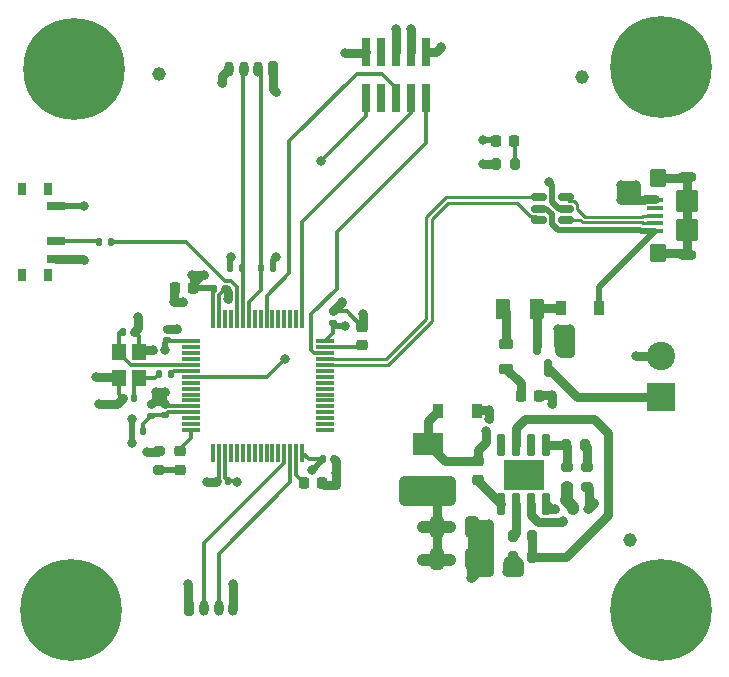
<source format=gbr>
%TF.GenerationSoftware,KiCad,Pcbnew,8.0.1*%
%TF.CreationDate,2024-05-01T14:41:19+05:45*%
%TF.ProjectId,STM32F4_Breakout_REV2,53544d33-3246-4345-9f42-7265616b6f75,rev?*%
%TF.SameCoordinates,Original*%
%TF.FileFunction,Copper,L1,Top*%
%TF.FilePolarity,Positive*%
%FSLAX46Y46*%
G04 Gerber Fmt 4.6, Leading zero omitted, Abs format (unit mm)*
G04 Created by KiCad (PCBNEW 8.0.1) date 2024-05-01 14:41:19*
%MOMM*%
%LPD*%
G01*
G04 APERTURE LIST*
G04 Aperture macros list*
%AMRoundRect*
0 Rectangle with rounded corners*
0 $1 Rounding radius*
0 $2 $3 $4 $5 $6 $7 $8 $9 X,Y pos of 4 corners*
0 Add a 4 corners polygon primitive as box body*
4,1,4,$2,$3,$4,$5,$6,$7,$8,$9,$2,$3,0*
0 Add four circle primitives for the rounded corners*
1,1,$1+$1,$2,$3*
1,1,$1+$1,$4,$5*
1,1,$1+$1,$6,$7*
1,1,$1+$1,$8,$9*
0 Add four rect primitives between the rounded corners*
20,1,$1+$1,$2,$3,$4,$5,0*
20,1,$1+$1,$4,$5,$6,$7,0*
20,1,$1+$1,$6,$7,$8,$9,0*
20,1,$1+$1,$8,$9,$2,$3,0*%
G04 Aperture macros list end*
%TA.AperFunction,ComponentPad*%
%ADD10C,1.152000*%
%TD*%
%TA.AperFunction,SMDPad,CuDef*%
%ADD11RoundRect,0.250000X0.375000X0.625000X-0.375000X0.625000X-0.375000X-0.625000X0.375000X-0.625000X0*%
%TD*%
%TA.AperFunction,SMDPad,CuDef*%
%ADD12RoundRect,0.225000X0.250000X-0.225000X0.250000X0.225000X-0.250000X0.225000X-0.250000X-0.225000X0*%
%TD*%
%TA.AperFunction,SMDPad,CuDef*%
%ADD13RoundRect,0.218750X0.256250X-0.218750X0.256250X0.218750X-0.256250X0.218750X-0.256250X-0.218750X0*%
%TD*%
%TA.AperFunction,SMDPad,CuDef*%
%ADD14RoundRect,0.150000X0.150000X-0.820000X0.150000X0.820000X-0.150000X0.820000X-0.150000X-0.820000X0*%
%TD*%
%TA.AperFunction,SMDPad,CuDef*%
%ADD15R,3.510000X2.620000*%
%TD*%
%TA.AperFunction,SMDPad,CuDef*%
%ADD16RoundRect,0.218750X0.218750X0.256250X-0.218750X0.256250X-0.218750X-0.256250X0.218750X-0.256250X0*%
%TD*%
%TA.AperFunction,SMDPad,CuDef*%
%ADD17RoundRect,0.200000X0.200000X0.275000X-0.200000X0.275000X-0.200000X-0.275000X0.200000X-0.275000X0*%
%TD*%
%TA.AperFunction,SMDPad,CuDef*%
%ADD18R,0.900000X1.200000*%
%TD*%
%TA.AperFunction,SMDPad,CuDef*%
%ADD19RoundRect,0.140000X0.170000X-0.140000X0.170000X0.140000X-0.170000X0.140000X-0.170000X-0.140000X0*%
%TD*%
%TA.AperFunction,SMDPad,CuDef*%
%ADD20R,1.200000X1.400000*%
%TD*%
%TA.AperFunction,SMDPad,CuDef*%
%ADD21RoundRect,0.200000X-0.200000X-0.275000X0.200000X-0.275000X0.200000X0.275000X-0.200000X0.275000X0*%
%TD*%
%TA.AperFunction,SMDPad,CuDef*%
%ADD22RoundRect,0.140000X0.140000X0.170000X-0.140000X0.170000X-0.140000X-0.170000X0.140000X-0.170000X0*%
%TD*%
%TA.AperFunction,SMDPad,CuDef*%
%ADD23R,0.800000X1.000000*%
%TD*%
%TA.AperFunction,SMDPad,CuDef*%
%ADD24R,1.500000X0.700000*%
%TD*%
%TA.AperFunction,SMDPad,CuDef*%
%ADD25RoundRect,0.140000X-0.140000X-0.170000X0.140000X-0.170000X0.140000X0.170000X-0.140000X0.170000X0*%
%TD*%
%TA.AperFunction,ComponentPad*%
%ADD26C,0.900000*%
%TD*%
%TA.AperFunction,ComponentPad*%
%ADD27C,8.600000*%
%TD*%
%TA.AperFunction,SMDPad,CuDef*%
%ADD28RoundRect,0.150000X0.512500X0.150000X-0.512500X0.150000X-0.512500X-0.150000X0.512500X-0.150000X0*%
%TD*%
%TA.AperFunction,SMDPad,CuDef*%
%ADD29R,2.500000X1.900000*%
%TD*%
%TA.AperFunction,SMDPad,CuDef*%
%ADD30RoundRect,0.135000X-0.135000X-0.185000X0.135000X-0.185000X0.135000X0.185000X-0.135000X0.185000X0*%
%TD*%
%TA.AperFunction,SMDPad,CuDef*%
%ADD31RoundRect,0.218750X-0.381250X0.218750X-0.381250X-0.218750X0.381250X-0.218750X0.381250X0.218750X0*%
%TD*%
%TA.AperFunction,SMDPad,CuDef*%
%ADD32RoundRect,0.135000X0.135000X0.185000X-0.135000X0.185000X-0.135000X-0.185000X0.135000X-0.185000X0*%
%TD*%
%TA.AperFunction,SMDPad,CuDef*%
%ADD33RoundRect,0.250000X-0.325000X-0.650000X0.325000X-0.650000X0.325000X0.650000X-0.325000X0.650000X0*%
%TD*%
%TA.AperFunction,SMDPad,CuDef*%
%ADD34RoundRect,0.075000X-0.700000X-0.075000X0.700000X-0.075000X0.700000X0.075000X-0.700000X0.075000X0*%
%TD*%
%TA.AperFunction,SMDPad,CuDef*%
%ADD35RoundRect,0.075000X-0.075000X-0.700000X0.075000X-0.700000X0.075000X0.700000X-0.075000X0.700000X0*%
%TD*%
%TA.AperFunction,ComponentPad*%
%ADD36RoundRect,0.200000X-0.200000X-0.450000X0.200000X-0.450000X0.200000X0.450000X-0.200000X0.450000X0*%
%TD*%
%TA.AperFunction,ComponentPad*%
%ADD37O,0.800000X1.300000*%
%TD*%
%TA.AperFunction,SMDPad,CuDef*%
%ADD38RoundRect,0.200000X0.275000X-0.200000X0.275000X0.200000X-0.275000X0.200000X-0.275000X-0.200000X0*%
%TD*%
%TA.AperFunction,SMDPad,CuDef*%
%ADD39R,0.740000X2.400000*%
%TD*%
%TA.AperFunction,ComponentPad*%
%ADD40RoundRect,0.200000X0.200000X0.450000X-0.200000X0.450000X-0.200000X-0.450000X0.200000X-0.450000X0*%
%TD*%
%TA.AperFunction,SMDPad,CuDef*%
%ADD41RoundRect,0.200000X-0.275000X0.200000X-0.275000X-0.200000X0.275000X-0.200000X0.275000X0.200000X0*%
%TD*%
%TA.AperFunction,SMDPad,CuDef*%
%ADD42RoundRect,0.225000X-0.225000X-0.250000X0.225000X-0.250000X0.225000X0.250000X-0.225000X0.250000X0*%
%TD*%
%TA.AperFunction,SMDPad,CuDef*%
%ADD43RoundRect,0.225000X0.225000X0.250000X-0.225000X0.250000X-0.225000X-0.250000X0.225000X-0.250000X0*%
%TD*%
%TA.AperFunction,SMDPad,CuDef*%
%ADD44RoundRect,0.150000X-0.150000X0.587500X-0.150000X-0.587500X0.150000X-0.587500X0.150000X0.587500X0*%
%TD*%
%TA.AperFunction,SMDPad,CuDef*%
%ADD45RoundRect,0.147500X-0.147500X-0.172500X0.147500X-0.172500X0.147500X0.172500X-0.147500X0.172500X0*%
%TD*%
%TA.AperFunction,SMDPad,CuDef*%
%ADD46RoundRect,0.100000X0.575000X-0.100000X0.575000X0.100000X-0.575000X0.100000X-0.575000X-0.100000X0*%
%TD*%
%TA.AperFunction,ComponentPad*%
%ADD47O,1.600000X0.900000*%
%TD*%
%TA.AperFunction,SMDPad,CuDef*%
%ADD48RoundRect,0.250000X0.450000X-0.550000X0.450000X0.550000X-0.450000X0.550000X-0.450000X-0.550000X0*%
%TD*%
%TA.AperFunction,SMDPad,CuDef*%
%ADD49RoundRect,0.250000X0.700000X-0.700000X0.700000X0.700000X-0.700000X0.700000X-0.700000X-0.700000X0*%
%TD*%
%TA.AperFunction,ComponentPad*%
%ADD50R,2.400000X2.400000*%
%TD*%
%TA.AperFunction,ComponentPad*%
%ADD51C,2.400000*%
%TD*%
%TA.AperFunction,ViaPad*%
%ADD52C,0.800000*%
%TD*%
%TA.AperFunction,Conductor*%
%ADD53C,0.300000*%
%TD*%
%TA.AperFunction,Conductor*%
%ADD54C,0.750000*%
%TD*%
%TA.AperFunction,Conductor*%
%ADD55C,0.500000*%
%TD*%
%TA.AperFunction,Conductor*%
%ADD56C,1.000000*%
%TD*%
%TA.AperFunction,Conductor*%
%ADD57C,0.261112*%
%TD*%
G04 APERTURE END LIST*
D10*
%TO.P,REF\u002A\u002A,1*%
%TO.N,N/C*%
X101354000Y-77086200D03*
%TD*%
%TO.P,REF\u002A\u002A,1*%
%TO.N,N/C*%
X97282000Y-37846000D03*
%TD*%
%TO.P,REF\u002A\u002A,1*%
%TO.N,N/C*%
X61476000Y-37592000D03*
%TD*%
D11*
%TO.P,F1,1*%
%TO.N,Net-(D2-K)*%
X93433000Y-57498700D03*
%TO.P,F1,2*%
%TO.N,Net-(F1-Pad2)*%
X90633000Y-57498700D03*
%TD*%
D12*
%TO.P,C3,1*%
%TO.N,Net-(U1-VCAP_2)*%
X78673000Y-60573000D03*
%TO.P,C3,2*%
%TO.N,GND*%
X78673000Y-59023000D03*
%TD*%
D13*
%TO.P,D1,1,K*%
%TO.N,Net-(D1-K)*%
X63221000Y-71137500D03*
%TO.P,D1,2,A*%
%TO.N,LED_STATUS*%
X63221000Y-69562500D03*
%TD*%
D12*
%TO.P,C16,1*%
%TO.N,BUCK_BST*%
X88468000Y-71951000D03*
%TO.P,C16,2*%
%TO.N,BUCK_SW*%
X88468000Y-70401000D03*
%TD*%
D14*
%TO.P,U2,1,BS*%
%TO.N,BUCK_BST*%
X90438000Y-74001000D03*
%TO.P,U2,2,IN*%
%TO.N,BUCK_IN*%
X91708000Y-74001000D03*
%TO.P,U2,3,SW*%
%TO.N,BUCK_SW*%
X92978000Y-74001000D03*
%TO.P,U2,4,GND*%
%TO.N,GND*%
X94248000Y-74001000D03*
%TO.P,U2,5,FB*%
%TO.N,BUCK_FB*%
X94248000Y-69041000D03*
%TO.P,U2,6,COMP*%
%TO.N,unconnected-(U2-COMP-Pad6)*%
X92978000Y-69041000D03*
%TO.P,U2,7,EN*%
%TO.N,BUCK_EN*%
X91708000Y-69041000D03*
%TO.P,U2,8,SS*%
%TO.N,unconnected-(U2-SS-Pad8)*%
X90438000Y-69041000D03*
D15*
%TO.P,U2,9*%
%TO.N,N/C*%
X92343000Y-71521000D03*
%TD*%
D16*
%TO.P,D4,1,K*%
%TO.N,Net-(D4-K)*%
X91537500Y-43250000D03*
%TO.P,D4,2,A*%
%TO.N,+3V3*%
X89962500Y-43250000D03*
%TD*%
D17*
%TO.P,R11,1*%
%TO.N,Net-(D4-K)*%
X91650000Y-45250000D03*
%TO.P,R11,2*%
%TO.N,GND*%
X90000000Y-45250000D03*
%TD*%
D18*
%TO.P,D3,1,K*%
%TO.N,BUCK_SW*%
X85068000Y-66176000D03*
%TO.P,D3,2,A*%
%TO.N,GND*%
X88368000Y-66176000D03*
%TD*%
D19*
%TO.P,C7,1*%
%TO.N,+3V3*%
X76175000Y-58666000D03*
%TO.P,C7,2*%
%TO.N,GND*%
X76175000Y-57706000D03*
%TD*%
D20*
%TO.P,Y1,1,1*%
%TO.N,HSE_IN*%
X58053000Y-61122000D03*
%TO.P,Y1,2,2*%
%TO.N,GND*%
X58053000Y-63322000D03*
%TO.P,Y1,3,3*%
%TO.N,Net-(C13-Pad1)*%
X59753000Y-63322000D03*
%TO.P,Y1,4,4*%
%TO.N,GND*%
X59753000Y-61122000D03*
%TD*%
D21*
%TO.P,R9,1*%
%TO.N,BUCK_FB*%
X95903000Y-69001000D03*
%TO.P,R9,2*%
%TO.N,Net-(R10-Pad1)*%
X97553000Y-69001000D03*
%TD*%
D22*
%TO.P,C13,1*%
%TO.N,Net-(C13-Pad1)*%
X59383000Y-65016000D03*
%TO.P,C13,2*%
%TO.N,GND*%
X58423000Y-65016000D03*
%TD*%
D19*
%TO.P,C11,1*%
%TO.N,+3.3VA*%
X61951000Y-66512000D03*
%TO.P,C11,2*%
%TO.N,GND*%
X61951000Y-65552000D03*
%TD*%
%TO.P,C12,1*%
%TO.N,+3.3VA*%
X60825000Y-66540000D03*
%TO.P,C12,2*%
%TO.N,GND*%
X60825000Y-65580000D03*
%TD*%
D23*
%TO.P,SW1,*%
%TO.N,*%
X52088000Y-47350000D03*
X49878000Y-47350000D03*
X52088000Y-54650000D03*
X49878000Y-54650000D03*
D24*
%TO.P,SW1,1,A*%
%TO.N,+3V3*%
X52738000Y-48750000D03*
%TO.P,SW1,2,B*%
%TO.N,Net-(SW1-B)*%
X52738000Y-51750000D03*
%TO.P,SW1,3,C*%
%TO.N,GND*%
X52738000Y-53250000D03*
%TD*%
D25*
%TO.P,C6,1*%
%TO.N,+3V3*%
X75345000Y-70250000D03*
%TO.P,C6,2*%
%TO.N,GND*%
X76305000Y-70250000D03*
%TD*%
D26*
%TO.P,H1,1,1*%
%TO.N,GND*%
X100775000Y-37000000D03*
X101719581Y-34719581D03*
X101719581Y-39280419D03*
X104000000Y-33775000D03*
D27*
X104000000Y-37000000D03*
D26*
X104000000Y-40225000D03*
X106280419Y-34719581D03*
X106280419Y-39280419D03*
X107225000Y-37000000D03*
%TD*%
D25*
%TO.P,C10,1*%
%TO.N,HSE_IN*%
X58423000Y-59428000D03*
%TO.P,C10,2*%
%TO.N,GND*%
X59383000Y-59428000D03*
%TD*%
D22*
%TO.P,C5,1*%
%TO.N,+3V3*%
X67305000Y-72048000D03*
%TO.P,C5,2*%
%TO.N,GND*%
X66345000Y-72048000D03*
%TD*%
D28*
%TO.P,U3,1,I/O1*%
%TO.N,USB_CONN_D-*%
X95887500Y-49950000D03*
%TO.P,U3,2,GND*%
%TO.N,GND*%
X95887500Y-49000000D03*
%TO.P,U3,3,I/O2*%
%TO.N,USB_CONN_D+*%
X95887500Y-48050000D03*
%TO.P,U3,4,I/O2*%
%TO.N,USB_D+*%
X93612500Y-48050000D03*
%TO.P,U3,5,VBUS*%
%TO.N,+5V*%
X93612500Y-49000000D03*
%TO.P,U3,6,I/O1*%
%TO.N,USB_D-*%
X93612500Y-49950000D03*
%TD*%
D25*
%TO.P,C9,1*%
%TO.N,+3V3*%
X66095000Y-55798000D03*
%TO.P,C9,2*%
%TO.N,GND*%
X67055000Y-55798000D03*
%TD*%
D18*
%TO.P,D2,1,K*%
%TO.N,Net-(D2-K)*%
X95463000Y-57458700D03*
%TO.P,D2,2,A*%
%TO.N,+5V*%
X98763000Y-57458700D03*
%TD*%
D29*
%TO.P,L2,1*%
%TO.N,BUCK_SW*%
X84228000Y-68951000D03*
%TO.P,L2,2*%
%TO.N,+3V3*%
X84228000Y-73051000D03*
%TD*%
D26*
%TO.P,H2,1,1*%
%TO.N,GND*%
X100775000Y-83000000D03*
X101719581Y-80719581D03*
X101719581Y-85280419D03*
X104000000Y-79775000D03*
D27*
X104000000Y-83000000D03*
D26*
X104000000Y-86225000D03*
X106280419Y-80719581D03*
X106280419Y-85280419D03*
X107225000Y-83000000D03*
%TD*%
D30*
%TO.P,R6,1*%
%TO.N,+3V3*%
X67490000Y-54000000D03*
%TO.P,R6,2*%
%TO.N,I2C1_SDA*%
X68510000Y-54000000D03*
%TD*%
D21*
%TO.P,R4,1*%
%TO.N,BUCK_IN*%
X91403000Y-76751000D03*
%TO.P,R4,2*%
%TO.N,BUCK_EN*%
X93053000Y-76751000D03*
%TD*%
D31*
%TO.P,FB1,1*%
%TO.N,Net-(F1-Pad2)*%
X90883000Y-60436200D03*
%TO.P,FB1,2*%
%TO.N,BUCK_IN*%
X90883000Y-62561200D03*
%TD*%
D32*
%TO.P,R2,1*%
%TO.N,+3V3*%
X71097000Y-54000000D03*
%TO.P,R2,2*%
%TO.N,I2C1_SCL*%
X70077000Y-54000000D03*
%TD*%
D33*
%TO.P,C15,1*%
%TO.N,+3V3*%
X84993000Y-78676000D03*
%TO.P,C15,2*%
%TO.N,GND*%
X87943000Y-78676000D03*
%TD*%
D34*
%TO.P,U1,1,VBAT*%
%TO.N,+3V3*%
X64150000Y-60250000D03*
%TO.P,U1,2,PC13*%
%TO.N,unconnected-(U1-PC13-Pad2)*%
X64150000Y-60750000D03*
%TO.P,U1,3,PC14*%
%TO.N,unconnected-(U1-PC14-Pad3)*%
X64150000Y-61250000D03*
%TO.P,U1,4,PC15*%
%TO.N,unconnected-(U1-PC15-Pad4)*%
X64150000Y-61750000D03*
%TO.P,U1,5,PH0*%
%TO.N,HSE_IN*%
X64150000Y-62250000D03*
%TO.P,U1,6,PH1*%
%TO.N,HSE_OUT*%
X64150000Y-62750000D03*
%TO.P,U1,7,NRST*%
%TO.N,NRST*%
X64150000Y-63250000D03*
%TO.P,U1,8,PC0*%
%TO.N,unconnected-(U1-PC0-Pad8)*%
X64150000Y-63750000D03*
%TO.P,U1,9,PC1*%
%TO.N,unconnected-(U1-PC1-Pad9)*%
X64150000Y-64250000D03*
%TO.P,U1,10,PC2*%
%TO.N,unconnected-(U1-PC2-Pad10)*%
X64150000Y-64750000D03*
%TO.P,U1,11,PC3*%
%TO.N,unconnected-(U1-PC3-Pad11)*%
X64150000Y-65250000D03*
%TO.P,U1,12,VSSA*%
%TO.N,GND*%
X64150000Y-65750000D03*
%TO.P,U1,13,VDDA*%
%TO.N,+3.3VA*%
X64150000Y-66250000D03*
%TO.P,U1,14,PA0*%
%TO.N,unconnected-(U1-PA0-Pad14)*%
X64150000Y-66750000D03*
%TO.P,U1,15,PA1*%
%TO.N,unconnected-(U1-PA1-Pad15)*%
X64150000Y-67250000D03*
%TO.P,U1,16,PA2*%
%TO.N,LED_STATUS*%
X64150000Y-67750000D03*
D35*
%TO.P,U1,17,PA3*%
%TO.N,unconnected-(U1-PA3-Pad17)*%
X66075000Y-69675000D03*
%TO.P,U1,18,VSS*%
%TO.N,GND*%
X66575000Y-69675000D03*
%TO.P,U1,19,VDD*%
%TO.N,+3V3*%
X67075000Y-69675000D03*
%TO.P,U1,20,PA4*%
%TO.N,unconnected-(U1-PA4-Pad20)*%
X67575000Y-69675000D03*
%TO.P,U1,21,PA5*%
%TO.N,unconnected-(U1-PA5-Pad21)*%
X68075000Y-69675000D03*
%TO.P,U1,22,PA6*%
%TO.N,unconnected-(U1-PA6-Pad22)*%
X68575000Y-69675000D03*
%TO.P,U1,23,PA7*%
%TO.N,unconnected-(U1-PA7-Pad23)*%
X69075000Y-69675000D03*
%TO.P,U1,24,PC4*%
%TO.N,unconnected-(U1-PC4-Pad24)*%
X69575000Y-69675000D03*
%TO.P,U1,25,PC5*%
%TO.N,unconnected-(U1-PC5-Pad25)*%
X70075000Y-69675000D03*
%TO.P,U1,26,PB0*%
%TO.N,unconnected-(U1-PB0-Pad26)*%
X70575000Y-69675000D03*
%TO.P,U1,27,PB1*%
%TO.N,unconnected-(U1-PB1-Pad27)*%
X71075000Y-69675000D03*
%TO.P,U1,28,PB2*%
%TO.N,unconnected-(U1-PB2-Pad28)*%
X71575000Y-69675000D03*
%TO.P,U1,29,PB10*%
%TO.N,UART3_TX*%
X72075000Y-69675000D03*
%TO.P,U1,30,PB11*%
%TO.N,UART3_RX*%
X72575000Y-69675000D03*
%TO.P,U1,31,VCAP_1*%
%TO.N,Net-(U1-VCAP_1)*%
X73075000Y-69675000D03*
%TO.P,U1,32,VDD*%
%TO.N,+3V3*%
X73575000Y-69675000D03*
D34*
%TO.P,U1,33,PB12*%
%TO.N,unconnected-(U1-PB12-Pad33)*%
X75500000Y-67750000D03*
%TO.P,U1,34,PB13*%
%TO.N,unconnected-(U1-PB13-Pad34)*%
X75500000Y-67250000D03*
%TO.P,U1,35,PB14*%
%TO.N,unconnected-(U1-PB14-Pad35)*%
X75500000Y-66750000D03*
%TO.P,U1,36,PB15*%
%TO.N,unconnected-(U1-PB15-Pad36)*%
X75500000Y-66250000D03*
%TO.P,U1,37,PC6*%
%TO.N,unconnected-(U1-PC6-Pad37)*%
X75500000Y-65750000D03*
%TO.P,U1,38,PC7*%
%TO.N,unconnected-(U1-PC7-Pad38)*%
X75500000Y-65250000D03*
%TO.P,U1,39,PC8*%
%TO.N,unconnected-(U1-PC8-Pad39)*%
X75500000Y-64750000D03*
%TO.P,U1,40,PC9*%
%TO.N,unconnected-(U1-PC9-Pad40)*%
X75500000Y-64250000D03*
%TO.P,U1,41,PA8*%
%TO.N,unconnected-(U1-PA8-Pad41)*%
X75500000Y-63750000D03*
%TO.P,U1,42,PA9*%
%TO.N,unconnected-(U1-PA9-Pad42)*%
X75500000Y-63250000D03*
%TO.P,U1,43,PA10*%
%TO.N,unconnected-(U1-PA10-Pad43)*%
X75500000Y-62750000D03*
%TO.P,U1,44,PA11*%
%TO.N,USB_D-*%
X75500000Y-62250000D03*
%TO.P,U1,45,PA12*%
%TO.N,USB_D+*%
X75500000Y-61750000D03*
%TO.P,U1,46,PA13*%
%TO.N,SWDIO*%
X75500000Y-61250000D03*
%TO.P,U1,47,VCAP_2*%
%TO.N,Net-(U1-VCAP_2)*%
X75500000Y-60750000D03*
%TO.P,U1,48,VDD*%
%TO.N,+3V3*%
X75500000Y-60250000D03*
D35*
%TO.P,U1,49,PA14*%
%TO.N,SWCLK*%
X73575000Y-58325000D03*
%TO.P,U1,50,PA15*%
%TO.N,unconnected-(U1-PA15-Pad50)*%
X73075000Y-58325000D03*
%TO.P,U1,51,PC10*%
%TO.N,unconnected-(U1-PC10-Pad51)*%
X72575000Y-58325000D03*
%TO.P,U1,52,PC11*%
%TO.N,unconnected-(U1-PC11-Pad52)*%
X72075000Y-58325000D03*
%TO.P,U1,53,PC12*%
%TO.N,unconnected-(U1-PC12-Pad53)*%
X71575000Y-58325000D03*
%TO.P,U1,54,PD2*%
%TO.N,unconnected-(U1-PD2-Pad54)*%
X71075000Y-58325000D03*
%TO.P,U1,55,PB3*%
%TO.N,SWO*%
X70575000Y-58325000D03*
%TO.P,U1,56,PB4*%
%TO.N,unconnected-(U1-PB4-Pad56)*%
X70075000Y-58325000D03*
%TO.P,U1,57,PB5*%
%TO.N,unconnected-(U1-PB5-Pad57)*%
X69575000Y-58325000D03*
%TO.P,U1,58,PB6*%
%TO.N,I2C1_SCL*%
X69075000Y-58325000D03*
%TO.P,U1,59,PB7*%
%TO.N,I2C1_SDA*%
X68575000Y-58325000D03*
%TO.P,U1,60,BOOT0*%
%TO.N,BOOT0*%
X68075000Y-58325000D03*
%TO.P,U1,61,PB8*%
%TO.N,unconnected-(U1-PB8-Pad61)*%
X67575000Y-58325000D03*
%TO.P,U1,62,PB9*%
%TO.N,unconnected-(U1-PB9-Pad62)*%
X67075000Y-58325000D03*
%TO.P,U1,63,VSS*%
%TO.N,GND*%
X66575000Y-58325000D03*
%TO.P,U1,64,VDD*%
%TO.N,+3V3*%
X66075000Y-58325000D03*
%TD*%
D36*
%TO.P,J5,1,Pin_1*%
%TO.N,+3V3*%
X64017200Y-82829400D03*
D37*
%TO.P,J5,2,Pin_2*%
%TO.N,UART3_TX*%
X65267200Y-82829400D03*
%TO.P,J5,3,Pin_3*%
%TO.N,UART3_RX*%
X66517200Y-82829400D03*
%TO.P,J5,4,Pin_4*%
%TO.N,GND*%
X67767200Y-82829400D03*
%TD*%
D38*
%TO.P,R1,1*%
%TO.N,Net-(D1-K)*%
X61443000Y-71175000D03*
%TO.P,R1,2*%
%TO.N,GND*%
X61443000Y-69525000D03*
%TD*%
D39*
%TO.P,J4,1,Pin_1*%
%TO.N,+3V3*%
X84074000Y-35724000D03*
%TO.P,J4,2,Pin_2*%
%TO.N,SWDIO*%
X84074000Y-39624000D03*
%TO.P,J4,3,Pin_3*%
%TO.N,GND*%
X82804000Y-35724000D03*
%TO.P,J4,4,Pin_4*%
%TO.N,SWCLK*%
X82804000Y-39624000D03*
%TO.P,J4,5,Pin_5*%
%TO.N,GND*%
X81534000Y-35724000D03*
%TO.P,J4,6,Pin_6*%
%TO.N,SWO*%
X81534000Y-39624000D03*
%TO.P,J4,7,Pin_7*%
%TO.N,unconnected-(J4-Pin_7-Pad7)*%
X80264000Y-35724000D03*
%TO.P,J4,8,Pin_8*%
%TO.N,unconnected-(J4-Pin_8-Pad8)*%
X80264000Y-39624000D03*
%TO.P,J4,9,Pin_9*%
%TO.N,GND*%
X78994000Y-35724000D03*
%TO.P,J4,10,Pin_10*%
%TO.N,NRST*%
X78994000Y-39624000D03*
%TD*%
D26*
%TO.P,H3,1,1*%
%TO.N,GND*%
X50775000Y-83000000D03*
X51719581Y-80719581D03*
X51719581Y-85280419D03*
X54000000Y-79775000D03*
D27*
X54000000Y-83000000D03*
D26*
X54000000Y-86225000D03*
X56280419Y-80719581D03*
X56280419Y-85280419D03*
X57225000Y-83000000D03*
%TD*%
D19*
%TO.P,C4,1*%
%TO.N,+3V3*%
X62173000Y-60162000D03*
%TO.P,C4,2*%
%TO.N,GND*%
X62173000Y-59202000D03*
%TD*%
D40*
%TO.P,J3,1,Pin_1*%
%TO.N,+3V3*%
X71125000Y-37200000D03*
D37*
%TO.P,J3,2,Pin_2*%
%TO.N,I2C1_SCL*%
X69875000Y-37200000D03*
%TO.P,J3,3,Pin_3*%
%TO.N,I2C1_SDA*%
X68625000Y-37200000D03*
%TO.P,J3,4,Pin_4*%
%TO.N,GND*%
X67375000Y-37200000D03*
%TD*%
D41*
%TO.P,R10,1*%
%TO.N,Net-(R10-Pad1)*%
X97728000Y-70926000D03*
%TO.P,R10,2*%
%TO.N,GND*%
X97728000Y-72576000D03*
%TD*%
D17*
%TO.P,R5,1*%
%TO.N,BUCK_EN*%
X93053000Y-78501000D03*
%TO.P,R5,2*%
%TO.N,GND*%
X91403000Y-78501000D03*
%TD*%
D42*
%TO.P,C8,1*%
%TO.N,BUCK_IN*%
X92108000Y-64883700D03*
%TO.P,C8,2*%
%TO.N,GND*%
X93658000Y-64883700D03*
%TD*%
D32*
%TO.P,R3,1*%
%TO.N,BOOT0*%
X57406000Y-51816000D03*
%TO.P,R3,2*%
%TO.N,Net-(SW1-B)*%
X56386000Y-51816000D03*
%TD*%
D43*
%TO.P,C2,1*%
%TO.N,+3V3*%
X64350000Y-55750000D03*
%TO.P,C2,2*%
%TO.N,GND*%
X62800000Y-55750000D03*
%TD*%
D32*
%TO.P,R7,1*%
%TO.N,HSE_OUT*%
X62463000Y-62984000D03*
%TO.P,R7,2*%
%TO.N,Net-(C13-Pad1)*%
X61443000Y-62984000D03*
%TD*%
D26*
%TO.P,H4,1,1*%
%TO.N,GND*%
X51025000Y-37225000D03*
X51969581Y-34944581D03*
X51969581Y-39505419D03*
X54250000Y-34000000D03*
D27*
X54250000Y-37225000D03*
D26*
X54250000Y-40450000D03*
X56530419Y-34944581D03*
X56530419Y-39505419D03*
X57475000Y-37225000D03*
%TD*%
D44*
%TO.P,Q1,1,G*%
%TO.N,GND*%
X95333000Y-60623700D03*
%TO.P,Q1,2,S*%
%TO.N,Net-(D2-K)*%
X93433000Y-60623700D03*
%TO.P,Q1,3,D*%
%TO.N,+12V*%
X94383000Y-62498700D03*
%TD*%
D38*
%TO.P,R8,1*%
%TO.N,+3V3*%
X95978000Y-72576000D03*
%TO.P,R8,2*%
%TO.N,BUCK_FB*%
X95978000Y-70926000D03*
%TD*%
D33*
%TO.P,C14,1*%
%TO.N,+3V3*%
X84993000Y-75926000D03*
%TO.P,C14,2*%
%TO.N,GND*%
X87943000Y-75926000D03*
%TD*%
D45*
%TO.P,L1,1*%
%TO.N,+3V3*%
X59180000Y-67810000D03*
%TO.P,L1,2*%
%TO.N,+3.3VA*%
X60150000Y-67810000D03*
%TD*%
D46*
%TO.P,J1,1,VBUS*%
%TO.N,+5V*%
X103497000Y-50900000D03*
%TO.P,J1,2,D-*%
%TO.N,USB_CONN_D-*%
X103497000Y-50250000D03*
%TO.P,J1,3,D+*%
%TO.N,USB_CONN_D+*%
X103497000Y-49600000D03*
%TO.P,J1,4,ID*%
%TO.N,unconnected-(J1-ID-Pad4)*%
X103497000Y-48950000D03*
%TO.P,J1,5,GND*%
%TO.N,GND*%
X103497000Y-48300000D03*
D47*
%TO.P,J1,6,Shield*%
%TO.N,unconnected-(J1-Shield-Pad6)_3*%
X106172000Y-52900000D03*
D48*
%TO.N,unconnected-(J1-Shield-Pad6)_2*%
X103722000Y-52800000D03*
D49*
%TO.N,unconnected-(J1-Shield-Pad6)_1*%
X106172000Y-50800000D03*
%TO.N,unconnected-(J1-Shield-Pad6)_4*%
X106172000Y-48400000D03*
D48*
%TO.N,unconnected-(J1-Shield-Pad6)*%
X103722000Y-46400000D03*
D47*
%TO.N,unconnected-(J1-Shield-Pad6)_0*%
X106172000Y-46300000D03*
%TD*%
D50*
%TO.P,J2,1,Pin_1*%
%TO.N,+12V*%
X103948000Y-64996000D03*
D51*
%TO.P,J2,2,Pin_2*%
%TO.N,GND*%
X103948000Y-61496000D03*
%TD*%
D42*
%TO.P,C1,1*%
%TO.N,Net-(U1-VCAP_1)*%
X73725000Y-72250000D03*
%TO.P,C1,2*%
%TO.N,GND*%
X75275000Y-72250000D03*
%TD*%
D52*
%TO.N,GND*%
X89408000Y-66040000D03*
X94996000Y-74422000D03*
X89408000Y-75692000D03*
X55118000Y-53340000D03*
X63500000Y-56896000D03*
X94742000Y-65532000D03*
X100584000Y-48260000D03*
X95250000Y-59182000D03*
X67762200Y-80805400D03*
X62738000Y-56896000D03*
X91948000Y-79756000D03*
X88900000Y-45212000D03*
X87884000Y-80264000D03*
X77216000Y-35814000D03*
X81534000Y-33782000D03*
X89408000Y-66802000D03*
X76454000Y-72390000D03*
X101854000Y-48260000D03*
X65532000Y-72136000D03*
X82804000Y-33782000D03*
X60960000Y-60960000D03*
X101854000Y-46990000D03*
X90932000Y-79756000D03*
X96266000Y-59182000D03*
X89408000Y-78232000D03*
X59690000Y-58166000D03*
X96266000Y-61214000D03*
X56388000Y-65532000D03*
X89408000Y-79756000D03*
X61976000Y-64516000D03*
X76962000Y-56896000D03*
X78740000Y-57912000D03*
X62992000Y-59182000D03*
X66802000Y-38354000D03*
X96266000Y-60198000D03*
X100584000Y-46990000D03*
X101854000Y-61468000D03*
X94742000Y-64770000D03*
X60452000Y-69596000D03*
X67310000Y-56642000D03*
X89408000Y-76962000D03*
X98298000Y-73914000D03*
X94488000Y-46736000D03*
X97790000Y-74422000D03*
X76454000Y-71374000D03*
X61214000Y-64516000D03*
X56134000Y-63246000D03*
%TO.N,+3V3*%
X71374000Y-39116000D03*
X67564000Y-53086000D03*
X59182000Y-68834000D03*
X77216000Y-58928000D03*
X83820000Y-78740000D03*
X71374000Y-53086000D03*
X59182000Y-66802000D03*
X64262000Y-54610000D03*
X95948000Y-73660000D03*
X86106000Y-75946000D03*
X85344000Y-35306000D03*
X82296000Y-73660000D03*
X63952200Y-80805400D03*
X86106000Y-78740000D03*
X65278000Y-54610000D03*
X82296000Y-72136000D03*
X88900000Y-43180000D03*
X61976000Y-60960000D03*
X83820000Y-75946000D03*
X55118000Y-48768000D03*
X74422000Y-71120000D03*
X96520000Y-74480000D03*
X86106000Y-73660000D03*
X68072000Y-72136000D03*
X86106000Y-72136000D03*
%TO.N,BUCK_SW*%
X95653000Y-75455000D03*
X89154000Y-67818000D03*
%TO.N,NRST*%
X75184000Y-44958000D03*
X72136000Y-61722000D03*
%TD*%
D53*
%TO.N,UART3_RX*%
X66517200Y-78232800D02*
X66517200Y-82829400D01*
X72575000Y-72175000D02*
X66517200Y-78232800D01*
X72575000Y-69675000D02*
X72575000Y-72175000D01*
%TO.N,UART3_TX*%
X65267200Y-77360920D02*
X65267200Y-82829400D01*
X72075000Y-69675000D02*
X72075000Y-70553120D01*
X72075000Y-70553120D02*
X65267200Y-77360920D01*
%TO.N,Net-(U1-VCAP_1)*%
X73725000Y-72250000D02*
X73075000Y-71600000D01*
X73075000Y-71600000D02*
X73075000Y-69675000D01*
D54*
%TO.N,GND*%
X94742000Y-65532000D02*
X94742000Y-64770000D01*
X89408000Y-79756000D02*
X89408000Y-79248000D01*
X62738000Y-56896000D02*
X63500000Y-56896000D01*
X102639636Y-48175000D02*
X103497000Y-48175000D01*
X88646000Y-77470000D02*
X88646000Y-76962000D01*
X89408000Y-79756000D02*
X89023000Y-79756000D01*
X96266000Y-61214000D02*
X96266000Y-59182000D01*
X67762200Y-80805400D02*
X67762200Y-82824400D01*
X67310000Y-56642000D02*
X67310000Y-56053000D01*
D53*
X59753000Y-59798000D02*
X59383000Y-59428000D01*
D54*
X88900000Y-45212000D02*
X89962000Y-45212000D01*
D55*
X95887500Y-49000000D02*
X95322316Y-49000000D01*
D53*
X77356000Y-57706000D02*
X76175000Y-57706000D01*
D54*
X59915000Y-60960000D02*
X59753000Y-61122000D01*
X62738000Y-55812000D02*
X62800000Y-55750000D01*
X65532000Y-72136000D02*
X66257000Y-72136000D01*
X61214000Y-64815000D02*
X61951000Y-65552000D01*
X89408000Y-75692000D02*
X88177000Y-75692000D01*
D55*
X94742000Y-48419684D02*
X94742000Y-46990000D01*
D54*
X106072000Y-52800000D02*
X106172000Y-52900000D01*
X87943000Y-75926000D02*
X88646000Y-76629000D01*
X95333000Y-61043000D02*
X95504000Y-61214000D01*
D53*
X67055000Y-55844846D02*
X67055000Y-55798000D01*
D54*
X89408000Y-79248000D02*
X88900000Y-78740000D01*
X81534000Y-35724000D02*
X81534000Y-33782000D01*
X88900000Y-78740000D02*
X88580500Y-79059500D01*
X93771700Y-64770000D02*
X93658000Y-64883700D01*
D55*
X95322316Y-49000000D02*
X94742000Y-48419684D01*
D54*
X101854000Y-46990000D02*
X101854000Y-48260000D01*
X76962000Y-56896000D02*
X76962000Y-56919000D01*
X66802000Y-38354000D02*
X66802000Y-37773000D01*
D53*
X66575000Y-69675000D02*
X66575000Y-71818000D01*
X61976000Y-65527000D02*
X61951000Y-65552000D01*
D54*
X89023000Y-79756000D02*
X88580500Y-79313500D01*
X91948000Y-79756000D02*
X91048000Y-78856000D01*
X56134000Y-63246000D02*
X57977000Y-63246000D01*
X100584000Y-46990000D02*
X100584000Y-48260000D01*
X88392000Y-79756000D02*
X87884000Y-80264000D01*
X97849000Y-72697000D02*
X97728000Y-72576000D01*
X89408000Y-66040000D02*
X88504000Y-66040000D01*
X97849000Y-74363000D02*
X97849000Y-72697000D01*
X76962000Y-56919000D02*
X76175000Y-57706000D01*
X89408000Y-75692000D02*
X89408000Y-79756000D01*
X96266000Y-61214000D02*
X95504350Y-60452350D01*
X78904000Y-35814000D02*
X78994000Y-35724000D01*
X56388000Y-65532000D02*
X57907000Y-65532000D01*
X61214000Y-64516000D02*
X61214000Y-64815000D01*
X106072000Y-46400000D02*
X106172000Y-46300000D01*
D53*
X58423000Y-65016000D02*
X58341000Y-65016000D01*
X78673000Y-59023000D02*
X77356000Y-57706000D01*
D54*
X90932000Y-79756000D02*
X91948000Y-79756000D01*
X103920000Y-61468000D02*
X103948000Y-61496000D01*
D53*
X66575000Y-56324846D02*
X67055000Y-55844846D01*
D54*
X62738000Y-56896000D02*
X62738000Y-55812000D01*
X88387000Y-78232000D02*
X87943000Y-78676000D01*
X82804000Y-33782000D02*
X82804000Y-35724000D01*
X89154000Y-76454000D02*
X88646000Y-76962000D01*
X88197000Y-76962000D02*
X87943000Y-77216000D01*
X91048000Y-78856000D02*
X91403000Y-78501000D01*
D53*
X60825000Y-65580000D02*
X61923000Y-65580000D01*
D54*
X62173000Y-59202000D02*
X62972000Y-59202000D01*
X89408000Y-76200000D02*
X89154000Y-76454000D01*
D53*
X62149000Y-65750000D02*
X64150000Y-65750000D01*
D54*
X103722000Y-46400000D02*
X106072000Y-46400000D01*
X96266000Y-60198000D02*
X95758700Y-60198000D01*
X60452000Y-69596000D02*
X61372000Y-69596000D01*
X88626000Y-75926000D02*
X89154000Y-76454000D01*
X95250000Y-59182000D02*
X95250000Y-60540700D01*
X87943000Y-77724000D02*
X87943000Y-77216000D01*
X88177000Y-75692000D02*
X87943000Y-75926000D01*
X88646000Y-76962000D02*
X88197000Y-76962000D01*
X87943000Y-78676000D02*
X87943000Y-77724000D01*
X89408000Y-78232000D02*
X88646000Y-77470000D01*
X57907000Y-65532000D02*
X58423000Y-65016000D01*
X94742000Y-64770000D02*
X93771700Y-64770000D01*
X87943000Y-77216000D02*
X87943000Y-75926000D01*
X88646000Y-76629000D02*
X88646000Y-76962000D01*
X95333000Y-60623700D02*
X95333000Y-61043000D01*
X89408000Y-75692000D02*
X89408000Y-76200000D01*
X90932000Y-79756000D02*
X90932000Y-78972000D01*
X102554636Y-48260000D02*
X102639636Y-48175000D01*
X67100000Y-55843000D02*
X67055000Y-55843000D01*
X61214000Y-64516000D02*
X61976000Y-64516000D01*
X89408000Y-66802000D02*
X89408000Y-66040000D01*
X89027000Y-77851000D02*
X88070000Y-77851000D01*
X87884000Y-78735000D02*
X87943000Y-78676000D01*
X75415000Y-72390000D02*
X75275000Y-72250000D01*
X78740000Y-57912000D02*
X78740000Y-58956000D01*
X61214000Y-64516000D02*
X61214000Y-65191000D01*
D53*
X58341000Y-65016000D02*
X58053000Y-64728000D01*
D54*
X97790000Y-74422000D02*
X97849000Y-74363000D01*
X91948000Y-79756000D02*
X91948000Y-79046000D01*
X101854000Y-61468000D02*
X103920000Y-61468000D01*
X89408000Y-78232000D02*
X88900000Y-78740000D01*
X66802000Y-37773000D02*
X67375000Y-37200000D01*
D53*
X59753000Y-61122000D02*
X59753000Y-59798000D01*
X66575000Y-58325000D02*
X66575000Y-56324846D01*
D54*
X97790000Y-74422000D02*
X98298000Y-73914000D01*
D55*
X94742000Y-46990000D02*
X94488000Y-46736000D01*
D54*
X96266000Y-59944000D02*
X95504000Y-59182000D01*
X87943000Y-75926000D02*
X88626000Y-75926000D01*
X61214000Y-65191000D02*
X60825000Y-65580000D01*
X94996000Y-74422000D02*
X94669000Y-74422000D01*
X89408000Y-78232000D02*
X88387000Y-78232000D01*
X67762200Y-82824400D02*
X67767200Y-82829400D01*
X88504000Y-66040000D02*
X88368000Y-66176000D01*
X87884000Y-80264000D02*
X87884000Y-78735000D01*
D53*
X61976000Y-64516000D02*
X61976000Y-65527000D01*
D54*
X101854000Y-48260000D02*
X102554636Y-48260000D01*
X94669000Y-74422000D02*
X94248000Y-74001000D01*
X62972000Y-59202000D02*
X62992000Y-59182000D01*
X67310000Y-56053000D02*
X67100000Y-55843000D01*
X100584000Y-48260000D02*
X101854000Y-46990000D01*
X59690000Y-59121000D02*
X59383000Y-59428000D01*
X55118000Y-53340000D02*
X55028000Y-53250000D01*
X95504350Y-60452350D02*
X95333000Y-60623700D01*
X95758700Y-60198000D02*
X95504350Y-60452350D01*
X57977000Y-63246000D02*
X58053000Y-63322000D01*
X55028000Y-53250000D02*
X52738000Y-53250000D01*
X60960000Y-60960000D02*
X59915000Y-60960000D01*
X88070000Y-77851000D02*
X87943000Y-77724000D01*
X90932000Y-78972000D02*
X91048000Y-78856000D01*
X88580500Y-79313500D02*
X87943000Y-78676000D01*
X89962000Y-45212000D02*
X90000000Y-45250000D01*
D53*
X66575000Y-71818000D02*
X66345000Y-72048000D01*
D54*
X100584000Y-46990000D02*
X101854000Y-46990000D01*
X91948000Y-79046000D02*
X91403000Y-78501000D01*
X96266000Y-60198000D02*
X96266000Y-59944000D01*
X89408000Y-78232000D02*
X89027000Y-77851000D01*
X76454000Y-72390000D02*
X76454000Y-70399000D01*
X95504000Y-59182000D02*
X96266000Y-59182000D01*
X89408000Y-79756000D02*
X88392000Y-79756000D01*
X89408000Y-76962000D02*
X88646000Y-76962000D01*
X59690000Y-58166000D02*
X59690000Y-59121000D01*
D53*
X58053000Y-64728000D02*
X58053000Y-63322000D01*
D54*
X76454000Y-72390000D02*
X75415000Y-72390000D01*
X95250000Y-60540700D02*
X95333000Y-60623700D01*
X103722000Y-52800000D02*
X106072000Y-52800000D01*
X78740000Y-58956000D02*
X78673000Y-59023000D01*
D53*
X61951000Y-65552000D02*
X62149000Y-65750000D01*
D54*
X101854000Y-48260000D02*
X100584000Y-48260000D01*
X106172000Y-46300000D02*
X106172000Y-52900000D01*
X76454000Y-70399000D02*
X76305000Y-70250000D01*
X95504000Y-61214000D02*
X96266000Y-61214000D01*
D53*
X61923000Y-65580000D02*
X61951000Y-65552000D01*
D54*
X61372000Y-69596000D02*
X61443000Y-69525000D01*
X77216000Y-35814000D02*
X78904000Y-35814000D01*
X88580500Y-79059500D02*
X88580500Y-79313500D01*
X95250000Y-59182000D02*
X95504000Y-59182000D01*
X66257000Y-72136000D02*
X66345000Y-72048000D01*
D55*
%TO.N,+3V3*%
X59182000Y-66802000D02*
X59182000Y-67808000D01*
X88900000Y-43180000D02*
X89892500Y-43180000D01*
D53*
X67984000Y-72048000D02*
X68072000Y-72136000D01*
D55*
X67490000Y-54000000D02*
X67490000Y-53160000D01*
D53*
X62261000Y-60250000D02*
X62173000Y-60162000D01*
D54*
X71125000Y-38867000D02*
X71374000Y-39116000D01*
D53*
X67075000Y-71818000D02*
X67305000Y-72048000D01*
D56*
X95978000Y-72576000D02*
X95978000Y-73630000D01*
X83820000Y-78740000D02*
X86106000Y-78740000D01*
D53*
X64150000Y-60250000D02*
X62261000Y-60250000D01*
D54*
X84926000Y-35724000D02*
X85344000Y-35306000D01*
D55*
X76437000Y-58928000D02*
X76175000Y-58666000D01*
D54*
X71125000Y-37200000D02*
X71125000Y-38867000D01*
D56*
X86106000Y-73660000D02*
X86106000Y-72136000D01*
D53*
X76175000Y-58666000D02*
X76175000Y-59575000D01*
D56*
X82296000Y-73660000D02*
X86106000Y-73660000D01*
D54*
X84993000Y-73816000D02*
X84228000Y-73051000D01*
D55*
X59182000Y-67808000D02*
X59180000Y-67810000D01*
X52756000Y-48768000D02*
X52738000Y-48750000D01*
X89892500Y-43180000D02*
X89962500Y-43250000D01*
D56*
X95978000Y-73630000D02*
X95948000Y-73660000D01*
D55*
X64350000Y-55750000D02*
X64350000Y-55538000D01*
X71097000Y-54000000D02*
X71097000Y-53363000D01*
D54*
X63952200Y-80805400D02*
X63952200Y-82764400D01*
X64262000Y-54610000D02*
X65278000Y-54610000D01*
D53*
X74150000Y-70250000D02*
X73575000Y-69675000D01*
X66075000Y-58325000D02*
X66075000Y-55818000D01*
D55*
X71097000Y-53363000D02*
X71374000Y-53086000D01*
X74422000Y-71120000D02*
X74475000Y-71120000D01*
X61976000Y-60359000D02*
X62173000Y-60162000D01*
D56*
X96520000Y-74232000D02*
X95948000Y-73660000D01*
D54*
X84074000Y-35724000D02*
X84926000Y-35724000D01*
D55*
X74475000Y-71120000D02*
X75345000Y-70250000D01*
D56*
X84582000Y-72136000D02*
X84074000Y-72136000D01*
X82296000Y-72136000D02*
X82296000Y-73660000D01*
X82296000Y-73660000D02*
X83820000Y-72136000D01*
D55*
X66047000Y-55750000D02*
X66095000Y-55798000D01*
X61976000Y-60960000D02*
X61976000Y-60359000D01*
X64350000Y-55750000D02*
X66047000Y-55750000D01*
D53*
X67305000Y-72048000D02*
X67984000Y-72048000D01*
D56*
X82296000Y-72136000D02*
X84074000Y-72136000D01*
X96520000Y-74480000D02*
X96520000Y-74232000D01*
D53*
X76175000Y-59575000D02*
X75500000Y-60250000D01*
D55*
X64350000Y-55750000D02*
X64350000Y-54698000D01*
D54*
X63952200Y-82764400D02*
X64017200Y-82829400D01*
D56*
X86106000Y-73660000D02*
X84582000Y-72136000D01*
D55*
X59182000Y-68834000D02*
X59182000Y-67812000D01*
D53*
X67075000Y-69675000D02*
X67075000Y-71818000D01*
D56*
X84074000Y-72136000D02*
X86106000Y-72136000D01*
X83820000Y-75946000D02*
X86106000Y-75946000D01*
D55*
X59182000Y-67812000D02*
X59180000Y-67810000D01*
D53*
X75345000Y-70250000D02*
X74150000Y-70250000D01*
D54*
X84993000Y-78676000D02*
X84993000Y-73816000D01*
D55*
X64350000Y-55538000D02*
X65278000Y-54610000D01*
X64350000Y-54698000D02*
X64262000Y-54610000D01*
X55118000Y-48768000D02*
X52756000Y-48768000D01*
D56*
X83820000Y-72136000D02*
X84074000Y-72136000D01*
D55*
X77216000Y-58928000D02*
X76437000Y-58928000D01*
X67490000Y-53160000D02*
X67564000Y-53086000D01*
D53*
%TO.N,Net-(U1-VCAP_2)*%
X78673000Y-60573000D02*
X78496000Y-60750000D01*
X78496000Y-60750000D02*
X75500000Y-60750000D01*
D54*
%TO.N,BUCK_IN*%
X92108000Y-63786200D02*
X90883000Y-62561200D01*
X91403000Y-76751000D02*
X91708000Y-76446000D01*
X91708000Y-76446000D02*
X91708000Y-74001000D01*
X92108000Y-64883700D02*
X92108000Y-63786200D01*
D53*
%TO.N,HSE_IN*%
X58423000Y-59428000D02*
X58147000Y-59428000D01*
X64150000Y-62250000D02*
X59075000Y-62250000D01*
X59075000Y-62250000D02*
X58053000Y-61228000D01*
X58147000Y-59428000D02*
X58053000Y-59522000D01*
X58053000Y-61228000D02*
X58053000Y-61122000D01*
X58053000Y-59522000D02*
X58053000Y-61122000D01*
%TO.N,+3.3VA*%
X60150000Y-67215000D02*
X60825000Y-66540000D01*
X64150000Y-66250000D02*
X62213000Y-66250000D01*
X61951000Y-66512000D02*
X60853000Y-66512000D01*
X60150000Y-67810000D02*
X60150000Y-67215000D01*
X62213000Y-66250000D02*
X61951000Y-66512000D01*
%TO.N,Net-(C13-Pad1)*%
X59383000Y-65016000D02*
X59383000Y-63692000D01*
X61105000Y-63322000D02*
X61443000Y-62984000D01*
X59383000Y-63692000D02*
X59753000Y-63322000D01*
X59753000Y-63322000D02*
X61105000Y-63322000D01*
D54*
%TO.N,BUCK_BST*%
X88468000Y-71951000D02*
X88468000Y-72031000D01*
X88468000Y-72031000D02*
X90438000Y-74001000D01*
%TO.N,BUCK_SW*%
X93553001Y-75546000D02*
X95562000Y-75546000D01*
X88468000Y-69432000D02*
X88468000Y-70401000D01*
X85678000Y-70401000D02*
X84228000Y-68951000D01*
X92978000Y-74970999D02*
X93553001Y-75546000D01*
X84228000Y-67016000D02*
X85068000Y-66176000D01*
X89154000Y-67818000D02*
X89154000Y-68746000D01*
X84228000Y-68951000D02*
X84228000Y-67016000D01*
X95562000Y-75546000D02*
X95653000Y-75455000D01*
X89154000Y-68746000D02*
X88468000Y-69432000D01*
X88468000Y-70401000D02*
X85678000Y-70401000D01*
X92978000Y-74001000D02*
X92978000Y-74970999D01*
D55*
%TO.N,Net-(D1-K)*%
X63221000Y-71137500D02*
X61480500Y-71137500D01*
X61480500Y-71137500D02*
X61443000Y-71175000D01*
D53*
%TO.N,LED_STATUS*%
X63221000Y-69562500D02*
X63221000Y-69354000D01*
X63221000Y-69354000D02*
X64150000Y-68425000D01*
X64150000Y-68425000D02*
X64150000Y-67750000D01*
D54*
%TO.N,Net-(D2-K)*%
X95463000Y-57458700D02*
X93473000Y-57458700D01*
X93433000Y-60623700D02*
X93433000Y-57498700D01*
X93473000Y-57458700D02*
X93433000Y-57498700D01*
D55*
%TO.N,+5V*%
X94742000Y-50319684D02*
X95222316Y-50800000D01*
X103497000Y-50900000D02*
X98763000Y-55634000D01*
X102213469Y-50800000D02*
X102313469Y-50900000D01*
X94742000Y-49467001D02*
X94742000Y-50319684D01*
X93612500Y-49000000D02*
X94274999Y-49000000D01*
X95222316Y-50800000D02*
X102213469Y-50800000D01*
X94274999Y-49000000D02*
X94742000Y-49467001D01*
X102313469Y-50900000D02*
X103497000Y-50900000D01*
X98763000Y-55634000D02*
X98763000Y-57458700D01*
D53*
%TO.N,Net-(D4-K)*%
X91650000Y-45250000D02*
X91650000Y-43362500D01*
X91650000Y-43362500D02*
X91537500Y-43250000D01*
D54*
%TO.N,+12V*%
X103948000Y-64996000D02*
X96880300Y-64996000D01*
X96880300Y-64996000D02*
X94383000Y-62498700D01*
%TO.N,Net-(F1-Pad2)*%
X90883000Y-57748700D02*
X90633000Y-57498700D01*
X90883000Y-60436200D02*
X90883000Y-57748700D01*
D57*
%TO.N,USB_CONN_D-*%
X97338019Y-50157156D02*
X102391655Y-50157156D01*
X97130863Y-49950000D02*
X97338019Y-50157156D01*
X102484499Y-50250000D02*
X103497000Y-50250000D01*
X95887500Y-49950000D02*
X97130863Y-49950000D01*
X102391655Y-50157156D02*
X102484499Y-50250000D01*
%TO.N,USB_CONN_D+*%
X102484499Y-49600000D02*
X103497000Y-49600000D01*
X97530344Y-49692844D02*
X102391655Y-49692844D01*
X96880556Y-49043056D02*
X97530344Y-49692844D01*
X102391655Y-49692844D02*
X102484499Y-49600000D01*
X96880556Y-48646792D02*
X96880556Y-49043056D01*
X96206944Y-48369444D02*
X96603208Y-48369444D01*
X96603208Y-48369444D02*
X96880556Y-48646792D01*
X95887500Y-48050000D02*
X96206944Y-48369444D01*
D53*
%TO.N,I2C1_SCL*%
X70077000Y-55923000D02*
X70077000Y-54000000D01*
X70077000Y-37402000D02*
X69875000Y-37200000D01*
X69075000Y-58325000D02*
X69075000Y-56925000D01*
X69075000Y-56925000D02*
X70077000Y-55923000D01*
X70077000Y-54000000D02*
X70077000Y-37402000D01*
%TO.N,I2C1_SDA*%
X68557000Y-37268000D02*
X68625000Y-37200000D01*
X68510000Y-54000000D02*
X68557000Y-53953000D01*
X68575000Y-54065000D02*
X68510000Y-54000000D01*
X68575000Y-58325000D02*
X68575000Y-54065000D01*
X68557000Y-53953000D02*
X68557000Y-37268000D01*
%TO.N,SWDIO*%
X84074000Y-39624000D02*
X84074000Y-43426000D01*
X84074000Y-43426000D02*
X76500000Y-51000000D01*
X76500000Y-51000000D02*
X76500000Y-55834000D01*
X74621880Y-61250000D02*
X75500000Y-61250000D01*
X76500000Y-55834000D02*
X74375000Y-57959000D01*
X74375000Y-57959000D02*
X74375000Y-61003120D01*
X74375000Y-61003120D02*
X74621880Y-61250000D01*
%TO.N,SWCLK*%
X82804000Y-40894000D02*
X82804000Y-39624000D01*
X73575000Y-50123000D02*
X82804000Y-40894000D01*
X73575000Y-58325000D02*
X73575000Y-50123000D01*
%TO.N,SWO*%
X70575000Y-58325000D02*
X70575000Y-56425000D01*
X78232000Y-37592000D02*
X80332000Y-37592000D01*
X70575000Y-56425000D02*
X72500000Y-54500000D01*
X72500000Y-54500000D02*
X72500000Y-43324000D01*
X72500000Y-43324000D02*
X78232000Y-37592000D01*
X81534000Y-38794000D02*
X81534000Y-39624000D01*
X80332000Y-37592000D02*
X81534000Y-38794000D01*
%TO.N,NRST*%
X70608000Y-63250000D02*
X64150000Y-63250000D01*
X72136000Y-61722000D02*
X70608000Y-63250000D01*
X78994000Y-41148000D02*
X75184000Y-44958000D01*
X78994000Y-39624000D02*
X78994000Y-41148000D01*
%TO.N,BOOT0*%
X67564000Y-55118000D02*
X67056000Y-55118000D01*
X67056000Y-55118000D02*
X63754000Y-51816000D01*
X63754000Y-51816000D02*
X57406000Y-51816000D01*
X68075000Y-58325000D02*
X68075000Y-55629000D01*
X68075000Y-55629000D02*
X67564000Y-55118000D01*
%TO.N,Net-(SW1-B)*%
X52405000Y-51750000D02*
X56320000Y-51750000D01*
X56320000Y-51750000D02*
X56386000Y-51816000D01*
D54*
%TO.N,BUCK_EN*%
X93053000Y-76751000D02*
X93053000Y-78501000D01*
X93053000Y-78501000D02*
X95909000Y-78501000D01*
X98294600Y-66844400D02*
X92452600Y-66844400D01*
X92452600Y-66844400D02*
X91708000Y-67589000D01*
X95909000Y-78501000D02*
X99488400Y-74921600D01*
X99488400Y-74921600D02*
X99488400Y-68038200D01*
X91708000Y-67589000D02*
X91708000Y-69041000D01*
X99488400Y-68038200D02*
X98294600Y-66844400D01*
D53*
%TO.N,HSE_OUT*%
X62463000Y-62984000D02*
X62697000Y-62750000D01*
X62697000Y-62750000D02*
X64150000Y-62750000D01*
D54*
%TO.N,BUCK_FB*%
X95978000Y-69076000D02*
X95903000Y-69001000D01*
X95903000Y-69001000D02*
X94288000Y-69001000D01*
X95978000Y-70926000D02*
X95978000Y-69076000D01*
%TO.N,Net-(R10-Pad1)*%
X97728000Y-69176000D02*
X97553000Y-69001000D01*
X97728000Y-70926000D02*
X97728000Y-69176000D01*
D57*
%TO.N,USB_D-*%
X80844164Y-62232156D02*
X84560156Y-58516164D01*
X91780548Y-48514312D02*
X92896792Y-49630556D01*
X76662501Y-62250000D02*
X76680345Y-62232156D01*
X92896792Y-49630556D02*
X93293056Y-49630556D01*
X76680345Y-62232156D02*
X80844164Y-62232156D01*
X84560156Y-49880164D02*
X85926008Y-48514312D01*
X93293056Y-49630556D02*
X93612500Y-49950000D01*
X84560156Y-58516164D02*
X84560156Y-49880164D01*
X75500000Y-62250000D02*
X76662501Y-62250000D01*
X85926008Y-48514312D02*
X91780548Y-48514312D01*
%TO.N,USB_D+*%
X76680345Y-61767844D02*
X80651836Y-61767844D01*
X85733680Y-48050000D02*
X93612500Y-48050000D01*
X84095844Y-58323836D02*
X84095844Y-49687836D01*
X84095844Y-49687836D02*
X85733680Y-48050000D01*
X76662501Y-61750000D02*
X76680345Y-61767844D01*
X80651836Y-61767844D02*
X84095844Y-58323836D01*
X75500000Y-61750000D02*
X76662501Y-61750000D01*
%TD*%
M02*

</source>
